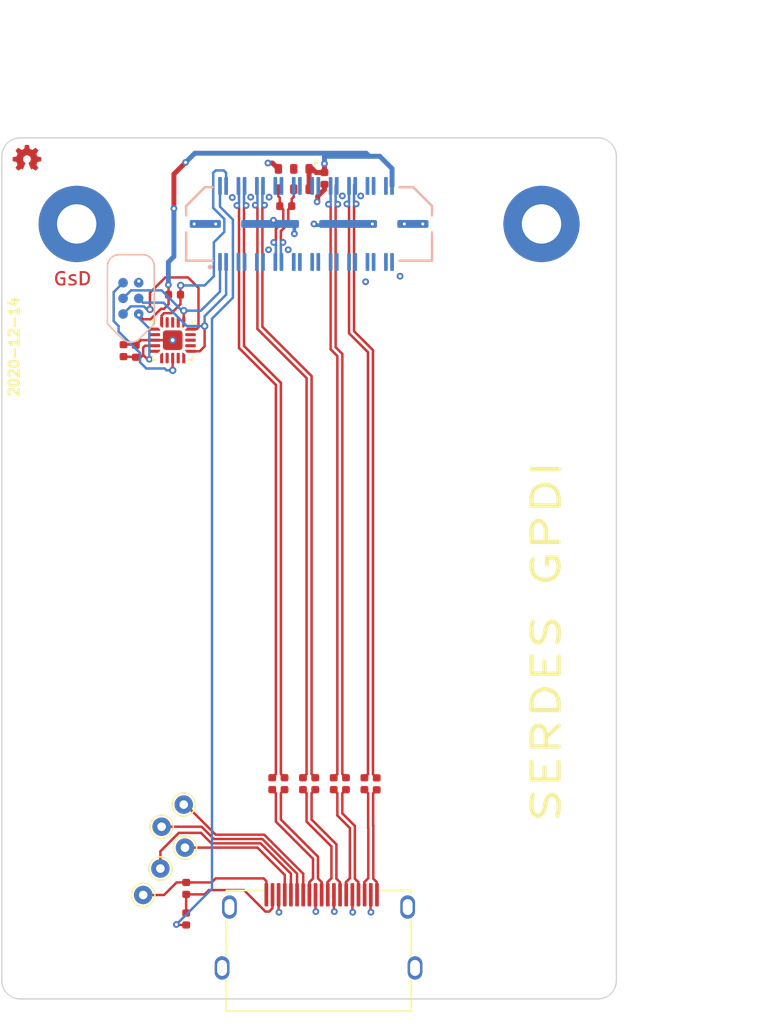
<source format=kicad_pcb>
(kicad_pcb (version 20201116) (generator pcbnew)
  (title_block (title "SYZYGY GDPI") (date "2020-12-14") (rev "r1.0") (company "GsD - @gregdavill"))
  (layers (0 "F.Cu" signal) (1 "In1.Cu" power) (2 "In2.Cu" signal) (31 "B.Cu" signal) (34 "B.Paste" user) (35 "F.Paste" user) (36 "B.SilkS" user "B.Silkscreen") (37 "F.SilkS" user "F.Silkscreen") (38 "B.Mask" user) (39 "F.Mask" user) (44 "Edge.Cuts" user))
  (net 0 "")
  (net 1 "GND")
  (net 2 "+3V3")
  (net 3 "/Peripheral MCU/MISO")
  (net 4 "/Peripheral MCU/~RESET")
  (net 5 "/SCL")
  (net 6 "/SDA")
  (net 7 "/RGA")
  (net 8 "/_D2_N")
  (net 9 "/VCCIO")
  (net 10 "/D2_N")
  (net 11 "/_D1_N")
  (net 12 "/D1_N")
  (net 13 "/_D0_N")
  (net 14 "/D0_N")
  (net 15 "/_CK_N")
  (net 16 "/CK_N")
  (net 17 "/_D2_P")
  (net 18 "/D2_P")
  (net 19 "/_D1_P")
  (net 20 "Net-(J1-Pad38)")
  (net 21 "Net-(J1-Pad37)")
  (net 22 "/D1_P")
  (net 23 "/_D0_P")
  (net 24 "/D0_P")
  (net 25 "/_CK_P")
  (net 26 "/CK_P")
  (net 27 "Net-(J1-Pad5)")
  (net 28 "Net-(J1-Pad7)")
  (net 29 "Net-(J1-Pad14)")
  (net 30 "Net-(J1-Pad16)")
  (net 31 "Net-(J1-Pad17)")
  (net 32 "Net-(J1-Pad18)")
  (net 33 "Net-(J1-Pad19)")
  (net 34 "Net-(U2-Pad2)")
  (net 35 "Net-(U2-Pad3)")
  (net 36 "Net-(U2-Pad4)")
  (net 37 "Net-(U2-Pad11)")
  (net 38 "Net-(U2-Pad12)")
  (net 39 "Net-(U2-Pad14)")
  (net 40 "Net-(U2-Pad15)")
  (net 41 "Net-(J1-Pad20)")
  (net 42 "/REFCLK_P")
  (net 43 "Net-(J1-Pad21)")
  (net 44 "Net-(J1-Pad22)")
  (net 45 "Net-(J1-Pad23)")
  (net 46 "Net-(J1-Pad24)")
  (net 47 "Net-(J1-Pad33)")
  (net 48 "Net-(J1-Pad34)")
  (net 49 "Net-(J1-Pad35)")
  (net 50 "Net-(J1-Pad36)")
  (net 51 "Net-(J2-Pad13)")
  (net 52 "Net-(J1-Pad9)")
  (net 53 "Net-(J2-Pad14)")
  (net 54 "Net-(J2-Pad15)")
  (net 55 "Net-(J2-Pad16)")
  (net 56 "Net-(J2-Pad18)")
  (net 57 "Net-(J2-Pad19)")
  (net 58 "Net-(J1-Pad11)")
  (net 59 "no_connect_69")
  (net 60 "no_connect_70")
  (net 61 "no_connect_65")
  (net 62 "no_connect_66")
  (net 63 "no_connect_67")
  (net 64 "Net-(J1-Pad25)")
  (net 65 "no_connect_68")
  (net 66 "Net-(J1-Pad27)")
  (net 67 "/REFCLK_N")
  (net 68 "+5V")
  (net 69 "Net-(J1-Pad29)")
  (net 70 "Net-(J1-Pad31)")
  (footprint "Package_DFN_QFN:QFN-20-1EP_3x3mm_P0.45mm_EP1.6x1.6mm" (layer "F.Cu") (at 118.9 97.65 -90)
    (fp_text reference "U2" hide)
    (fp_text value "ATtiny44A-MMH" hide)
  )
  (footprint "Resistor_SMD:R_0402_1005Metric" (layer "F.Cu") (at 119.05 93.95)
    (fp_text reference "R15" hide)
    (fp_text value "10K" hide)
  )
  (footprint "Capacitor_SMD:C_0402_1005Metric" (layer "F.Cu") (at 115.9 98.55 90)
    (fp_text reference "C9" hide)
    (fp_text value "0.1uF" hide)
  )
  (footprint "Capacitor_SMD:C_0402_1005Metric" (layer "F.Cu") (at 114.9 98.5 90)
    (fp_text reference "C10" hide)
    (fp_text value "1uF" hide)
  )
  (footprint "TestPoint:TestPoint_THTPad_D1.5mm_Drill0.7mm" (layer "F.Cu") (at 117.9 140.6)
    (fp_text reference "TP3" hide)
    (fp_text value "TestPoint" hide)
  )
  (footprint "Capacitor_SMD:C_0402_1005Metric" (layer "F.Cu") (at 128 133.7 -90)
    (fp_text reference "C8" hide)
    (fp_text value "0.1u" hide)
  )
  (footprint "TestPoint:TestPoint_THTPad_D1.5mm_Drill0.7mm" (layer "F.Cu") (at 118 137.2)
    (fp_text reference "TP5" hide)
    (fp_text value "TestPoint" hide)
  )
  (footprint "gkl_logos:oshw_small" (layer "F.Cu") (at 107.05 82.85)
    (fp_text reference "G***" hide)
    (fp_text value "LOGO" hide)
  )
  (footprint "MountingHole:MountingHole_3.2mm_M3" (layer "F.Cu") (at 110 98.2 180)
    (fp_text reference "H4" hide)
    (fp_text value "MountingHole" hide)
  )
  (footprint "MountingHole:MountingHole_3.2mm_M3" (layer "F.Cu") (at 150 98.2)
    (fp_text reference "H2" hide)
    (fp_text value "MountingHole" hide)
  )
  (footprint "Capacitor_SMD:C_0402_1005Metric" (layer "F.Cu") (at 127 133.7 -90)
    (fp_text reference "C4" hide)
    (fp_text value "0.1u" hide)
  )
  (footprint "MountingHole:MountingHole_3.2mm_M3" (layer "F.Cu") (at 110 146.2)
    (fp_text reference "H1" hide)
    (fp_text value "MountingHole" hide)
  )
  (footprint "gkl_logos:gsd_logo_small" (layer "F.Cu") (at 110.75 92.7)
    (fp_text reference "G***" hide)
    (fp_text value "LOGO" hide)
  )
  (footprint "TestPoint:TestPoint_THTPad_D1.5mm_Drill0.7mm" (layer "F.Cu") (at 116.5 142.75)
    (fp_text reference "TP1" hide)
    (fp_text value "TestPoint" hide)
  )
  (footprint "Resistor_SMD:R_0402_1005Metric" (layer "F.Cu") (at 128.1 86.75 180)
    (fp_text reference "R16" hide)
    (fp_text value "100R" hide)
  )
  (footprint "Capacitor_SMD:C_0402_1005Metric" (layer "F.Cu") (at 135.5 133.715 -90)
    (fp_text reference "C5" hide)
    (fp_text value "0.1u" hide)
  )
  (footprint "Capacitor_SMD:C_0402_1005Metric" (layer "F.Cu") (at 132 133.7 -90)
    (fp_text reference "C2" hide)
    (fp_text value "0.1u" hide)
  )
  (footprint "gsd-footprints:HDMI-10029449-111RLF" (layer "F.Cu") (at 130.77 143.68)
    (fp_text reference "J2" hide)
    (fp_text value "GPDI_A_1.4" hide)
  )
  (footprint "TestPoint:TestPoint_THTPad_D1.5mm_Drill0.7mm" (layer "F.Cu") (at 119.8 135.4)
    (fp_text reference "TP2" hide)
    (fp_text value "TestPoint" hide)
  )
  (footprint "Resistor_SMD:R_0402_1005Metric" (layer "F.Cu") (at 120 142.215 90)
    (fp_text reference "R1" hide)
    (fp_text value "1k" hide)
  )
  (footprint "Capacitor_SMD:C_0402_1005Metric" (layer "F.Cu") (at 131.25 84.5 -90)
    (fp_text reference "C32" hide)
    (fp_text value "0.1uF" hide)
  )
  (footprint "Capacitor_SMD:C_0402_1005Metric" (layer "F.Cu") (at 130.5 133.7 -90)
    (fp_text reference "C7" hide)
    (fp_text value "0.1u" hide)
  )
  (footprint "Oscillator:Oscillator_SMD_Silicon_Labs_LGA-6_2.5x3.2mm_P1.25mm" (layer "F.Cu") (at 128.75 84.55 -90)
    (fp_text reference "X1" hide)
    (fp_text value "SG3225VAN" hide)
  )
  (footprint "Capacitor_SMD:C_0402_1005Metric" (layer "F.Cu") (at 129.5 133.7 -90)
    (fp_text reference "C3" hide)
    (fp_text value "0.1u" hide)
  )
  (footprint "Capacitor_SMD:C_0402_1005Metric" (layer "F.Cu") (at 134.5 133.7 -90)
    (fp_text reference "C1" hide)
    (fp_text value "0.1u" hide)
  )
  (footprint "MountingHole:MountingHole_3.2mm_M3" (layer "F.Cu") (at 150 146.2)
    (fp_text reference "H3" hide)
    (fp_text value "MountingHole" hide)
  )
  (footprint "TestPoint:TestPoint_THTPad_D1.5mm_Drill0.7mm" (layer "F.Cu") (at 119.9 138.9)
    (fp_text reference "TP4" hide)
    (fp_text value "TestPoint" hide)
  )
  (footprint "Capacitor_SMD:C_0402_1005Metric" (layer "F.Cu") (at 133 133.7 -90)
    (fp_text reference "C6" hide)
    (fp_text value "0.1u" hide)
  )
  (footprint "Resistor_SMD:R_0402_1005Metric" (layer "F.Cu") (at 120 144.7 90)
    (fp_text reference "R2" hide)
    (fp_text value "0R" hide)
  )
  (footprint "pkl_tag_connect:TC2030-NL_SMALL" (layer "B.Cu") (at 115.5 94.25 90)
    (fp_text reference "J3" hide)
    (fp_text value "TagConnect" hide)
  )
  (footprint "gsd-footprints:SYZYGY-TXR-POD" (layer "B.Cu") (at 130 88.2 180)
    (fp_text reference "J1" hide)
    (fp_text value "SYZYGY-TXR-4" hide)
  )
  (gr_line (start 106.5 81.2) (end 153.5 81.2) (layer "Edge.Cuts") (width 0.1))
  (gr_line (start 105 149.7) (end 105 82.7) (layer "Edge.Cuts") (width 0.1))
  (gr_arc (start 106.5 82.7) (end 106.5 81.2) (angle -90) (layer "Edge.Cuts") (width 0.1))
  (gr_arc (start 153.5 82.7) (end 155 82.7) (angle -90) (layer "Edge.Cuts") (width 0.1))
  (gr_line (start 155 82.7) (end 155 149.7) (layer "Edge.Cuts") (width 0.1))
  (gr_arc (start 153.5 149.7) (end 153.499999 151.2) (angle -90) (layer "Edge.Cuts") (width 0.1))
  (gr_line (start 153.499999 151.2) (end 106.500001 151.2) (layer "Edge.Cuts") (width 0.1))
  (gr_arc (start 106.5 149.7) (end 105 149.7) (angle -90) (layer "Edge.Cuts") (width 0.1))
  (gr_text "2020-12-14" (at 106 98.2 90) (layer "F.SilkS") (effects (font (size 0.8 0.8) (thickness 0.2))))
  (gr_text "SERDES GPDI" (at 149.3 122.15 90) (layer "F.SilkS") (effects (font (size 2.2 2.959) (thickness 0.35))))
  (segment (start 131.25 85.4) (end 130.7 85.95) (width 0.4) (layer "F.Cu") (net 1))
  (segment (start 127.52 142.73) (end 127.52 144.12) (width 0.2) (layer "F.Cu") (net 1))
  (segment (start 130.52 144.07) (end 130.55 144.1) (width 0.2) (layer "F.Cu") (net 1))
  (segment (start 117.45 97.65) (end 116.315 97.65) (width 0.2) (layer "F.Cu") (net 1))
  (segment (start 135 142.73) (end 135 144.12) (width 0.2) (layer "F.Cu") (net 1))
  (segment (start 127.52 144.12) (end 127.55 144.15) (width 0.2) (layer "F.Cu") (net 1))
  (segment (start 115.9 98.065) (end 115.4 98) (width 0.2) (layer "F.Cu") (net 1))
  (segment (start 132.02 142.68) (end 132.02 144.07) (width 0.2) (layer "F.Cu") (net 1))
  (segment (start 131.25 84.985) (end 131.25 85.4) (width 0.4) (layer "F.Cu") (net 1))
  (segment (start 115.4 98) (end 114.9 98.015) (width 0.2) (layer "F.Cu") (net 1))
  (segment (start 126.65 83.25) (end 127.025 83.25) (width 0.4) (layer "F.Cu") (net 1))
  (segment (start 133.52 142.73) (end 133.52 144.12) (width 0.2) (layer "F.Cu") (net 1))
  (segment (start 135 144.12) (end 135.03 144.15) (width 0.2) (layer "F.Cu") (net 1))
  (segment (start 130.7 85.95) (end 130.7 86.35) (width 0.4) (layer "F.Cu") (net 1))
  (segment (start 130.7 86.35) (end 130.65 86.4) (width 0.4) (layer "F.Cu") (net 1))
  (segment (start 116.315 97.65) (end 115.9 98.065) (width 0.2) (layer "F.Cu") (net 1))
  (segment (start 132.02 144.07) (end 132.05 144.1) (width 0.2) (layer "F.Cu") (net 1))
  (segment (start 127.025 83.25) (end 127.5 83.725) (width 0.4) (layer "F.Cu") (net 1))
  (segment (start 130.52 142.68) (end 130.52 144.07) (width 0.2) (layer "F.Cu") (net 1))
  (segment (start 133.52 144.12) (end 133.55 144.15) (width 0.2) (layer "F.Cu") (net 1))
  (segment (start 118.9 97.65) (end 117.45 97.65) (width 0.2) (layer "F.Cu") (net 1))
  (via (at 127.1 87.9) (size 0.55) (drill 0.25) (layers "F.Cu" "B.Cu") (net 1))
  (via (at 118.9 97.65) (size 0.6) (drill 0.3) (layers "F.Cu" "B.Cu") (net 1))
  (via (at 133.55 144.15) (size 0.55) (drill 0.25) (layers "F.Cu" "B.Cu") (net 1))
  (via (at 116.15 92.85) (size 0.55) (drill 0.25) (layers "F.Cu" "B.Cu") (net 1))
  (via (at 130.55 144.1) (size 0.55) (drill 0.25) (layers "F.Cu" "B.Cu") (net 1))
  (via (at 134.2032 85.9234) (size 0.55) (drill 0.25) (layers "F.Cu" "B.Cu") (net 1))
  (via (at 128.3 90.3) (size 0.55) (drill 0.25) (layers "F.Cu" "B.Cu") (net 1))
  (via (at 125.2468 86.0234) (size 0.55) (drill 0.25) (layers "F.Cu" "B.Cu") (net 1))
  (via (at 135.15 88.2) (size 0.55) (drill 0.25) (layers "F.Cu" "B.Cu") (net 1))
  (via (at 126.7 90.3) (size 0.55) (drill 0.25) (layers "F.Cu" "B.Cu") (net 1))
  (via (at 122.4 88.2) (size 0.55) (drill 0.25) (layers "F.Cu" "B.Cu") (net 1))
  (via (at 120.65 88.2) (size 0.55) (drill 0.25) (layers "F.Cu" "B.Cu") (net 1))
  (via (at 123.75 86.05) (size 0.55) (drill 0.25) (layers "F.Cu" "B.Cu") (net 1))
  (via (at 132.05 144.1) (size 0.55) (drill 0.25) (layers "F.Cu" "B.Cu") (net 1))
  (via (at 132.7032 85.9234) (size 0.55) (drill 0.25) (layers "F.Cu" "B.Cu") (net 1))
  (via (at 128.8 89) (size 0.55) (drill 0.25) (layers "F.Cu" "B.Cu") (net 1))
  (via (at 126.7468 86.0234) (size 0.55) (drill 0.25) (layers "F.Cu" "B.Cu") (net 1))
  (via (at 134.6 92.9) (size 0.55) (drill 0.25) (layers "F.Cu" "B.Cu") (net 1))
  (via (at 137.4 92.45) (size 0.55) (drill 0.25) (layers "F.Cu" "B.Cu") (net 1))
  (via (at 137.75 88.2) (size 0.55) (drill 0.25) (layers "F.Cu" "B.Cu") (net 1))
  (via (at 139.25 88.2) (size 0.55) (drill 0.25) (layers "F.Cu" "B.Cu") (net 1))
  (via (at 130.65 86.4) (size 0.55) (drill 0.25) (layers "F.Cu" "B.Cu") (net 1))
  (via (at 130.4 88.2) (size 0.55) (drill 0.25) (layers "F.Cu" "B.Cu") (net 1))
  (via (at 127.55 144.15) (size 0.55) (drill 0.25) (layers "F.Cu" "B.Cu") (net 1))
  (via (at 135.03 144.15) (size 0.55) (drill 0.25) (layers "F.Cu" "B.Cu") (net 1))
  (via (at 126.65 83.25) (size 0.55) (drill 0.25) (layers "F.Cu" "B.Cu") (net 1))
  (segment (start 130.4 88.2) (end 130.5 88.3) (width 0.3) (layer "B.Cu") (net 1))
  (segment (start 128.8 89) (end 128.8 88.35) (width 0.3) (layer "B.Cu") (net 1))
  (segment (start 130.5 88.3) (end 131.55 88.3) (width 0.3) (layer "B.Cu") (net 1))
  (segment (start 131.25 84.015) (end 131.25 83.3) (width 0.4) (layer "F.Cu") (net 2))
  (segment (start 116.3 99.05) (end 115.9 99.035) (width 0.2) (layer "F.Cu") (net 2))
  (segment (start 117.45 98.1) (end 116.65 98.1) (width 0.2) (layer "F.Cu") (net 2))
  (segment (start 116.15 95.6) (end 116.5 95.95) (width 0.2) (layer "F.Cu") (net 2))
  (segment (start 116.5 95.95) (end 117.1 95.95) (width 0.2) (layer "F.Cu") (net 2))
  (segment (start 117.95 95.1) (end 118.2 95.1) (width 0.2) (layer "F.Cu") (net 2))
  (segment (start 118.565 93.165) (end 118.55 93.15) (width 0.2) (layer "F.Cu") (net 2))
  (segment (start 116.85 99.2) (end 117 99.2) (width 0.2) (layer "F.Cu") (net 2))
  (segment (start 116.65 98.1) (end 116.5 98.25) (width 0.2) (layer "F.Cu") (net 2))
  (segment (start 116.5 98.85) (end 116.3 99.05) (width 0.2) (layer "F.Cu") (net 2))
  (segment (start 115.4 99) (end 114.9 98.985) (width 0.2) (layer "F.Cu") (net 2))
  (segment (start 116.5 98.85) (end 116.85 99.2) (width 0.2) (layer "F.Cu") (net 2))
  (segment (start 119 84.15) (end 119.95 83.2) (width 0.4) (layer "F.Cu") (net 2))
  (segment (start 119 86.95) (end 119 84.15) (width 0.4) (layer "F.Cu") (net 2))
  (segment (start 131.25 84.015) (end 130.565 84.015) (width 0.4) (layer "F.Cu") (net 2))
  (segment (start 130.275 83.725) (end 130 83.725) (width 0.4) (layer "F.Cu") (net 2))
  (segment (start 117.1 95.95) (end 117.95 95.1) (width 0.2) (layer "F.Cu") (net 2))
  (segment (start 118.565 93.95) (end 118.565 93.165) (width 0.2) (layer "F.Cu") (net 2))
  (segment (start 115.9 99.035) (end 115.4 99) (width 0.2) (layer "F.Cu") (net 2))
  (segment (start 118.565 94.735) (end 118.565 93.95) (width 0.2) (layer "F.Cu") (net 2))
  (segment (start 118.2 95.1) (end 118.565 94.735) (width 0.2) (layer "F.Cu") (net 2))
  (segment (start 130.565 84.015) (end 130.275 83.725) (width 0.4) (layer "F.Cu") (net 2))
  (segment (start 116.5 98.25) (end 116.5 98.85) (width 0.2) (layer "F.Cu") (net 2))
  (segment (start 130 85.375) (end 130 83.725) (width 0.4) (layer "F.Cu") (net 2))
  (via (at 119.95 83.2) (size 0.55) (drill 0.25) (layers "F.Cu" "B.Cu") (net 2))
  (via (at 117 99.2) (size 0.55) (drill 0.25) (layers "F.Cu" "B.Cu") (net 2))
  (via (at 118.55 93.15) (size 0.55) (drill 0.25) (layers "F.Cu" "B.Cu") (net 2))
  (via (at 119 86.95) (size 0.55) (drill 0.25) (layers "F.Cu" "B.Cu") (net 2))
  (via (at 116.15 95.6) (size 0.55) (drill 0.25) (layers "F.Cu" "B.Cu") (net 2))
  (via (at 131.25 83.3) (size 0.55) (drill 0.25) (layers "F.Cu" "B.Cu") (net 2))
  (segment (start 117 96.7) (end 117 99.2) (width 0.2) (layer "B.Cu") (net 2))
  (segment (start 116.135 95.835) (end 117 96.7) (width 0.2) (layer "B.Cu") (net 2))
  (segment (start 131.25 82.7) (end 134.9 82.7) (width 0.4) (layer "B.Cu") (net 2))
  (segment (start 118.55 91.3) (end 118.55 93.15) (width 0.4) (layer "B.Cu") (net 2))
  (segment (start 136.75 83.7) (end 135.75 82.7) (width 0.4) (layer "B.Cu") (net 2))
  (segment (start 119 86.95) (end 119 90.85) (width 0.4) (layer "B.Cu") (net 2))
  (segment (start 135.75 82.7) (end 134.9 82.7) (width 0.4) (layer "B.Cu") (net 2))
  (segment (start 119 90.85) (end 118.55 91.3) (width 0.4) (layer "B.Cu") (net 2))
  (segment (start 134.65 82.45) (end 134.9 82.7) (width 0.4) (layer "B.Cu") (net 2))
  (segment (start 116.135 95.52) (end 116.135 95.835) (width 0.2) (layer "B.Cu") (net 2))
  (segment (start 119.95 83.2) (end 120.7 82.45) (width 0.4) (layer "B.Cu") (net 2))
  (segment (start 120.7 82.45) (end 134.65 82.45) (width 0.4) (layer "B.Cu") (net 2))
  (segment (start 131.25 83.3) (end 131.25 82.7) (width 0.4) (layer "B.Cu") (net 2))
  (segment (start 136.75 85.11) (end 136.75 83.7) (width 0.4) (layer "B.Cu") (net 2))
  (segment (start 121 96.6) (end 120.85 96.75) (width 0.2) (layer "F.Cu") (net 3))
  (segment (start 120.15 92.55) (end 121 93.4) (width 0.2) (layer "F.Cu") (net 3))
  (segment (start 120.85 96.75) (end 120.35 96.75) (width 0.2) (layer "F.Cu") (net 3))
  (segment (start 118.3 92.55) (end 120.15 92.55) (width 0.2) (layer "F.Cu") (net 3))
  (segment (start 121 93.4) (end 121 96.6) (width 0.2) (layer "F.Cu") (net 3))
  (segment (start 117.05 93.8) (end 118.3 92.55) (width 0.2) (layer "F.Cu") (net 3))
  (segment (start 117.05 95.15) (end 117.05 93.8) (width 0.2) (layer "F.Cu") (net 3))
  (via (at 117.05 95.15) (size 0.6) (drill 0.3) (layers "F.Cu" "B.Cu") (net 3))
  (segment (start 116.55 94.9) (end 115.485 94.9) (width 0.2) (layer "B.Cu") (net 3))
  (segment (start 116.8 95.15) (end 116.55 94.9) (width 0.2) (layer "B.Cu") (net 3))
  (segment (start 115.485 94.9) (end 114.865 95.52) (width 0.2) (layer "B.Cu") (net 3))
  (segment (start 117.05 95.15) (end 116.8 95.15) (width 0.2) (layer "B.Cu") (net 3))
  (segment (start 118.9 100.1) (end 118.9 99.1) (width 0.2) (layer "F.Cu") (net 4))
  (via (at 118.9 100.1) (size 0.6) (drill 0.3) (layers "F.Cu" "B.Cu") (net 4))
  (segment (start 118.25 99.95) (end 116.75 99.95) (width 0.2) (layer "B.Cu") (net 4))
  (segment (start 118.4 100.1) (end 118.9 100.1) (width 0.2) (layer "B.Cu") (net 4))
  (segment (start 114.5 96.5) (end 114.1 96.1) (width 0.2) (layer "B.Cu") (net 4))
  (segment (start 116.75 99.95) (end 116.25 99.45) (width 0.2) (layer "B.Cu") (net 4))
  (segment (start 116.25 99.45) (end 116.25 98.7) (width 0.2) (layer "B.Cu") (net 4))
  (segment (start 118.4 100.1) (end 118.25 99.95) (width 0.2) (layer "B.Cu") (net 4))
  (segment (start 114.5 96.95) (end 114.5 96.5) (width 0.2) (layer "B.Cu") (net 4))
  (segment (start 114.1 93.745) (end 114.1 96.1) (width 0.2) (layer "B.Cu") (net 4))
  (segment (start 116.25 98.7) (end 114.5 96.95) (width 0.2) (layer "B.Cu") (net 4))
  (segment (start 114.865 92.98) (end 114.1 93.745) (width 0.2) (layer "B.Cu") (net 4))
  (segment (start 119.8 95.25) (end 119.8 96.2) (width 0.2) (layer "F.Cu") (net 5))
  (via (at 119.8 95.25) (size 0.6) (drill 0.3) (layers "F.Cu" "B.Cu") (net 5))
  (segment (start 122.75 93.7) (end 122.75 91.29) (width 0.2) (layer "B.Cu") (net 5))
  (segment (start 115.515 93.6) (end 118 93.6) (width 0.2) (layer "B.Cu") (net 5))
  (segment (start 121.2 95.25) (end 122.75 93.7) (width 0.2) (layer "B.Cu") (net 5))
  (segment (start 114.865 94.25) (end 115.515 93.6) (width 0.2) (layer "B.Cu") (net 5))
  (segment (start 119.65 95.25) (end 119.8 95.25) (width 0.2) (layer "B.Cu") (net 5))
  (segment (start 119.8 95.25) (end 121.2 95.25) (width 0.2) (layer "B.Cu") (net 5))
  (segment (start 118 93.6) (end 119.65 95.25) (width 0.2) (layer "B.Cu") (net 5))
  (segment (start 121.5 96.5) (end 121.5 98.15) (width 0.2) (layer "F.Cu") (net 6))
  (segment (start 121.5 98.15) (end 121.1 98.55) (width 0.2) (layer "F.Cu") (net 6))
  (segment (start 121.1 98.55) (end 120.35 98.55) (width 0.2) (layer "F.Cu") (net 6))
  (via (at 121.5 96.5) (size 0.6) (drill 0.3) (layers "F.Cu" "B.Cu") (net 6))
  (segment (start 120.05 96.5) (end 118.149989 94.599989) (width 0.2) (layer "B.Cu") (net 6))
  (segment (start 121.5 96.5) (end 120.05 96.5) (width 0.2) (layer "B.Cu") (net 6))
  (segment (start 123.25 93.95) (end 121.5 95.7) (width 0.2) (layer "B.Cu") (net 6))
  (segment (start 121.5 95.7) (end 121.5 96.5) (width 0.2) (layer "B.Cu") (net 6))
  (segment (start 116.484989 94.599989) (end 116.135 94.25) (width 0.2) (layer "B.Cu") (net 6))
  (segment (start 118.149989 94.599989) (end 116.484989 94.599989) (width 0.2) (layer "B.Cu") (net 6))
  (segment (start 123.25 91.29) (end 123.25 93.95) (width 0.2) (layer "B.Cu") (net 6))
  (segment (start 119.535 93.215) (end 119.55 93.2) (width 0.2) (layer "F.Cu") (net 7))
  (segment (start 118.8 95.45) (end 119.535 94.715) (width 0.2) (layer "F.Cu") (net 7))
  (segment (start 118 96.2) (end 118 95.65) (width 0.2) (layer "F.Cu") (net 7))
  (segment (start 119.535 94.715) (end 119.535 93.95) (width 0.2) (layer "F.Cu") (net 7))
  (segment (start 118 95.65) (end 118.2 95.45) (width 0.2) (layer "F.Cu") (net 7))
  (segment (start 118.2 95.45) (end 118.8 95.45) (width 0.2) (layer "F.Cu") (net 7))
  (segment (start 119.535 93.95) (end 119.535 93.215) (width 0.2) (layer "F.Cu") (net 7))
  (via (at 119.55 93.2) (size 0.6) (drill 0.3) (layers "F.Cu" "B.Cu") (net 7))
  (segment (start 121.5 93.2) (end 119.55 93.2) (width 0.2) (layer "B.Cu") (net 7))
  (segment (start 122.25 90.45) (end 122.25 92.45) (width 0.2) (layer "B.Cu") (net 7))
  (segment (start 123.1 88.85) (end 123.1 87.8) (width 0.2) (layer "B.Cu") (net 7))
  (segment (start 123.25 85.11) (end 123.25 84.05) (width 0.2) (layer "B.Cu") (net 7))
  (segment (start 122.25 89.7) (end 123.1 88.85) (width 0.2) (layer "B.Cu") (net 7))
  (segment (start 122.25 92.45) (end 121.5 93.2) (width 0.2) (layer "B.Cu") (net 7))
  (segment (start 122.2 86.9) (end 123.025 87.725) (width 0.2) (layer "B.Cu") (net 7))
  (segment (start 123.25 84.05) (end 123.05 83.85) (width 0.2) (layer "B.Cu") (net 7))
  (segment (start 123.05 83.85) (end 122.4 83.85) (width 0.2) (layer "B.Cu") (net 7))
  (segment (start 123.1 87.8) (end 123.025 87.725) (width 0.2) (layer "B.Cu") (net 7))
  (segment (start 122.25 90.45) (end 122.25 89.7) (width 0.2) (layer "B.Cu") (net 7))
  (segment (start 122.4 83.85) (end 122.2 84.05) (width 0.2) (layer "B.Cu") (net 7))
  (segment (start 122.2 84.05) (end 122.2 86.9) (width 0.2) (layer "B.Cu") (net 7))
  (segment (start 134.8168 137.30417) (end 134.8043 137.29167) (width 0.2032) (layer "F.Cu") (net 8))
  (segment (start 134.5 141.7) (end 134.8168 141.3832) (width 0.2032) (layer "F.Cu") (net 8))
  (segment (start 134.8043 137.29167) (end 134.8043 134.4893) (width 0.2032) (layer "F.Cu") (net 8))
  (segment (start 134.52 142.73) (end 134.5 142.71) (width 0.2032) (layer "F.Cu") (net 8))
  (segment (start 134.8168 141.3832) (end 134.8168 137.30417) (width 0.2032) (layer "F.Cu") (net 8))
  (segment (start 134.8043 134.4893) (end 134.5 134.185) (width 0.2032) (layer "F.Cu") (net 8))
  (segment (start 134.5 142.71) (end 134.5 141.7) (width 0.2032) (layer "F.Cu") (net 8))
  (segment (start 133.25 86.7468) (end 133.0766 86.5734) (width 0.2032) (layer "F.Cu") (net 10))
  (segment (start 133.25 97.08737) (end 133.25 86.7468) (width 0.2032) (layer "F.Cu") (net 10))
  (segment (start 134.5 133.215) (end 134.7893 132.9257) (width 0.2032) (layer "F.Cu") (net 10))
  (segment (start 134.7893 98.62667) (end 133.25 97.08737) (width 0.2032) (layer "F.Cu") (net 10))
  (segment (start 134.7893 132.9257) (end 134.7893 98.62667) (width 0.2032) (layer "F.Cu") (net 10))
  (via (at 133.0766 86.5734) (size 0.55) (drill 0.25) (layers "F.Cu" "B.Cu") (net 10))
  (segment (start 133.25 86.4) (end 133.25 85.0302) (width 0.2032) (layer "B.Cu") (net 10))
  (segment (start 133.0766 86.5734) (end 133.25 86.4) (width 0.2032) (layer "B.Cu") (net 10))
  (segment (start 133.3168 137.30417) (end 132.2968 136.28417) (width 0.2032) (layer "F.Cu") (net 11))
  (segment (start 132.2968 134.4818) (end 132 134.185) (width 0.2032) (layer "F.Cu") (net 11))
  (segment (start 132.2968 136.28417) (end 132.2968 134.4818) (width 0.2032) (layer "F.Cu") (net 11))
  (segment (start 133 141.7) (end 133.3168 141.3832) (width 0.2032) (layer "F.Cu") (net 11))
  (segment (start 133 142.71) (end 133 141.7) (width 0.2032) (layer "F.Cu") (net 11))
  (segment (start 133.3168 141.3832) (end 133.3168 137.30417) (width 0.2032) (layer "F.Cu") (net 11))
  (segment (start 133.02 142.73) (end 133 142.71) (width 0.2032) (layer "F.Cu") (net 11))
  (segment (start 131.5798 86.6) (end 131.7532 86.7734) (width 0.2032) (layer "F.Cu") (net 12))
  (segment (start 131.7532 86.7734) (end 131.7532 98.39057) (width 0.2032) (layer "F.Cu") (net 12))
  (segment (start 132.2968 98.93417) (end 132.2968 132.9182) (width 0.2032) (layer "F.Cu") (net 12))
  (segment (start 132.2968 132.9182) (end 132 133.215) (width 0.2032) (layer "F.Cu") (net 12))
  (segment (start 131.7532 98.39057) (end 132.2968 98.93417) (width 0.2032) (layer "F.Cu") (net 12))
  (via (at 131.5798 86.6) (size 0.55) (drill 0.25) (layers "F.Cu" "B.Cu") (net 12))
  (segment (start 131.5798 86.6) (end 131.7532 86.4266) (width 0.2032) (layer "B.Cu") (net 12))
  (segment (start 131.7532 86.4266) (end 131.7532 85.0568) (width 0.2032) (layer "B.Cu") (net 12))
  (segment (start 131.5 141.7) (end 131.8168 141.3832) (width 0.2032) (layer "F.Cu") (net 13))
  (segment (start 131.5 142.71) (end 131.5 141.7) (width 0.2032) (layer "F.Cu") (net 13))
  (segment (start 129.7968 134.4818) (end 129.5 134.185) (width 0.2032) (layer "F.Cu") (net 13))
  (segment (start 131.8168 141.3832) (end 131.8168 138.80417) (width 0.2032) (layer "F.Cu") (net 13))
  (segment (start 131.8168 138.80417) (end 129.7968 136.78417) (width 0.2032) (layer "F.Cu") (net 13))
  (segment (start 131.52 142.73) (end 131.5 142.71) (width 0.2032) (layer "F.Cu") (net 13))
  (segment (start 129.7968 136.78417) (end 129.7968 134.4818) (width 0.2032) (layer "F.Cu") (net 13))
  (segment (start 129.5 133.215) (end 129.7968 132.9182) (width 0.2032) (layer "F.Cu") (net 14))
  (segment (start 129.7968 100.73417) (end 125.7936 96.73097) (width 0.2032) (layer "F.Cu") (net 14))
  (segment (start 125.7936 96.73097) (end 125.7936 86.8468) (width 0.2032) (layer "F.Cu") (net 14))
  (segment (start 125.7936 86.8468) (end 125.6202 86.6734) (width 0.2032) (layer "F.Cu") (net 14))
  (segment (start 129.7968 132.9182) (end 129.7968 100.73417) (width 0.2032) (layer "F.Cu") (net 14))
  (via (at 125.6202 86.6734) (size 0.55) (drill 0.25) (layers "F.Cu" "B.Cu") (net 14))
  (segment (start 125.7936 86.5) (end 125.7936 85.1302) (width 0.2032) (layer "B.Cu") (net 14))
  (segment (start 125.6202 86.6734) (end 125.7936 86.5) (width 0.2032) (layer "B.Cu") (net 14))
  (segment (start 127.2968 136.78417) (end 127.2968 134.4818) (width 0.2032) (layer "F.Cu") (net 15))
  (segment (start 130.025 141.7) (end 130.025 142.725) (width 0.2032) (layer "F.Cu") (net 15))
  (segment (start 127.2968 134.4818) (end 127 134.185) (width 0.2032) (layer "F.Cu") (net 15))
  (segment (start 130.025 142.725) (end 130.02 142.73) (width 0.2032) (layer "F.Cu") (net 15))
  (segment (start 130.025 141.7) (end 130.3168 141.4082) (width 0.2032) (layer "F.Cu") (net 15))
  (segment (start 130.3168 141.4082) (end 130.3168 139.80417) (width 0.2032) (layer "F.Cu") (net 15))
  (segment (start 130.3168 139.80417) (end 127.2968 136.78417) (width 0.2032) (layer "F.Cu") (net 15))
  (segment (start 124.2968 98.28417) (end 127.2968 101.28417) (width 0.2032) (layer "F.Cu") (net 16))
  (segment (start 127.2968 132.9182) (end 127 133.215) (width 0.2032) (layer "F.Cu") (net 16))
  (segment (start 124.1234 86.7) (end 124.2968 86.8734) (width 0.2032) (layer "F.Cu") (net 16))
  (segment (start 127.2968 101.28417) (end 127.2968 132.9182) (width 0.2032) (layer "F.Cu") (net 16))
  (segment (start 124.2968 86.8734) (end 124.2968 98.28417) (width 0.2032) (layer "F.Cu") (net 16))
  (via (at 124.1234 86.7) (size 0.55) (drill 0.25) (layers "F.Cu" "B.Cu") (net 16))
  (segment (start 124.1234 86.7) (end 124.2968 86.5266) (width 0.2032) (layer "B.Cu") (net 16))
  (segment (start 124.2968 86.5266) (end 124.2968 85.1568) (width 0.2032) (layer "B.Cu") (net 16))
  (segment (start 135.52 142.73) (end 135.5 142.71) (width 0.2032) (layer "F.Cu") (net 17))
  (segment (start 135.2107 134.4893) (end 135.5 134.2) (width 0.2032) (layer "F.Cu") (net 17))
  (segment (start 135.2232 141.4232) (end 135.2232 137.13583) (width 0.2032) (layer "F.Cu") (net 17))
  (segment (start 135.5 141.7) (end 135.2232 141.4232) (width 0.2032) (layer "F.Cu") (net 17))
  (segment (start 135.2232 137.13583) (end 135.2107 137.12333) (width 0.2032) (layer "F.Cu") (net 17))
  (segment (start 135.5 142.71) (end 135.5 141.7) (width 0.2032) (layer "F.Cu") (net 17))
  (segment (start 135.2107 137.12333) (end 135.2107 134.4893) (width 0.2032) (layer "F.Cu") (net 17))
  (segment (start 133.6564 96.91903) (end 133.6564 86.7468) (width 0.2032) (layer "F.Cu") (net 18))
  (segment (start 135.1957 132.9257) (end 135.1957 98.45833) (width 0.2032) (layer "F.Cu") (net 18))
  (segment (start 135.1957 98.45833) (end 133.6564 96.91903) (width 0.2032) (layer "F.Cu") (net 18))
  (segment (start 135.5 133.23) (end 135.1957 132.9257) (width 0.2032) (layer "F.Cu") (net 18))
  (segment (start 133.6564 86.7468) (end 133.8298 86.5734) (width 0.2032) (layer "F.Cu") (net 18))
  (via (at 133.8298 86.5734) (size 0.55) (drill 0.25) (layers "F.Cu" "B.Cu") (net 18))
  (segment (start 133.6564 86.4) (end 133.6564 85.0302) (width 0.2032) (layer "B.Cu") (net 18))
  (segment (start 133.8298 86.5734) (end 133.6564 86.4) (width 0.2032) (layer "B.Cu") (net 18))
  (segment (start 134 142.71) (end 134 141.7) (width 0.2032) (layer "F.Cu") (net 19))
  (segment (start 132.7032 136.11583) (end 132.7032 134.4818) (width 0.2032) (layer "F.Cu") (net 19))
  (segment (start 134.02 142.73) (end 134 142.71) (width 0.2032) (layer "F.Cu") (net 19))
  (segment (start 133.7232 141.4232) (end 133.7232 137.13583) (width 0.2032) (layer "F.Cu") (net 19))
  (segment (start 132.7032 134.4818) (end 133 134.185) (width 0.2032) (layer "F.Cu") (net 19))
  (segment (start 133.7232 137.13583) (end 132.7032 136.11583) (width 0.2032) (layer "F.Cu") (net 19))
  (segment (start 134 141.7) (end 133.7232 141.4232) (width 0.2032) (layer "F.Cu") (net 19))
  (segment (start 132.7032 98.76583) (end 132.7032 132.9182) (width 0.2032) (layer "F.Cu") (net 22))
  (segment (start 132.7032 132.9182) (end 133 133.215) (width 0.2032) (layer "F.Cu") (net 22))
  (segment (start 132.333 86.6) (end 132.1596 86.7734) (width 0.2032) (layer "F.Cu") (net 22))
  (segment (start 132.1596 98.22223) (end 132.7032 98.76583) (width 0.2032) (layer "F.Cu") (net 22))
  (segment (start 132.1596 86.7734) (end 132.1596 98.22223) (width 0.2032) (layer "F.Cu") (net 22))
  (via (at 132.333 86.6) (size 0.55) (drill 0.25) (layers "F.Cu" "B.Cu") (net 22))
  (segment (start 132.1596 86.4266) (end 132.1596 85.0568) (width 0.2032) (layer "B.Cu") (net 22))
  (segment (start 132.333 86.6) (end 132.1596 86.4266) (width 0.2032) (layer "B.Cu") (net 22))
  (segment (start 130.2032 134.4818) (end 130.5 134.185) (width 0.2032) (layer "F.Cu") (net 23))
  (segment (start 132.52 142.73) (end 132.5 142.71) (width 0.2032) (layer "F.Cu") (net 23))
  (segment (start 130.2032 136.61583) (end 130.2032 134.4818) (width 0.2032) (layer "F.Cu") (net 23))
  (segment (start 132.5 142.71) (end 132.5 141.7) (width 0.2032) (layer "F.Cu") (net 23))
  (segment (start 132.2232 138.63583) (end 130.2032 136.61583) (width 0.2032) (layer "F.Cu") (net 23))
  (segment (start 132.5 141.7) (end 132.2232 141.4232) (width 0.2032) (layer "F.Cu") (net 23))
  (segment (start 132.2232 141.4232) (end 132.2232 138.63583) (width 0.2032) (layer "F.Cu") (net 23))
  (segment (start 130.5 133.215) (end 130.2032 132.9182) (width 0.2032) (layer "F.Cu") (net 24))
  (segment (start 126.2 96.56263) (end 126.2 86.8468) (width 0.2032) (layer "F.Cu") (net 24))
  (segment (start 130.2032 132.9182) (end 130.2032 100.56583) (width 0.2032) (layer "F.Cu") (net 24))
  (segment (start 130.2032 100.56583) (end 126.2 96.56263) (width 0.2032) (layer "F.Cu") (net 24))
  (segment (start 126.2 86.8468) (end 126.3734 86.6734) (width 0.2032) (layer "F.Cu") (net 24))
  (via (at 126.3734 86.6734) (size 0.55) (drill 0.25) (layers "F.Cu" "B.Cu") (net 24))
  (segment (start 126.2 86.5) (end 126.2 85.1302) (width 0.2032) (layer "B.Cu") (net 24))
  (segment (start 126.3734 86.6734) (end 126.2 86.5) (width 0.2032) (layer "B.Cu") (net 24))
  (segment (start 130.7232 141.4032) (end 130.7232 139.63583) (width 0.2032) (layer "F.Cu") (net 25))
  (segment (start 131.02 141.7) (end 131.02 142.73) (width 0.2032) (layer "F.Cu") (net 25))
  (segment (start 130.7232 139.63583) (end 127.7032 136.61583) (width 0.2032) (layer "F.Cu") (net 25))
  (segment (start 127.7032 136.61583) (end 127.7032 134.4818) (width 0.2032) (layer "F.Cu") (net 25))
  (segment (start 127.7032 134.4818) (end 128 134.185) (width 0.2032) (layer "F.Cu") (net 25))
  (segment (start 131.02 141.7) (end 130.7232 141.4032) (width 0.2032) (layer "F.Cu") (net 25))
  (segment (start 127.7032 132.9182) (end 128 133.215) (width 0.2032) (layer "F.Cu") (net 26))
  (segment (start 127.7032 101.11583) (end 127.7032 132.9182) (width 0.2032) (layer "F.Cu") (net 26))
  (segment (start 124.7032 86.8734) (end 124.7032 98.11583) (width 0.2032) (layer "F.Cu") (net 26))
  (segment (start 124.8766 86.7) (end 124.7032 86.8734) (width 0.2032) (layer "F.Cu") (net 26))
  (segment (start 124.7032 98.11583) (end 127.7032 101.11583) (width 0.2032) (layer "F.Cu") (net 26))
  (via (at 124.8766 86.7) (size 0.55) (drill 0.25) (layers "F.Cu" "B.Cu") (net 26))
  (segment (start 124.7032 86.5266) (end 124.7032 85.1568) (width 0.2032) (layer "B.Cu") (net 26))
  (segment (start 124.8766 86.7) (end 124.7032 86.5266) (width 0.2032) (layer "B.Cu") (net 26))
  (segment (start 127.2968 88.61583) (end 127.8968 88.01583) (width 0.2032) (layer "F.Cu") (net 42))
  (segment (start 127.8968 88.01583) (end 127.8968 87.0318) (width 0.2032) (layer "F.Cu") (net 42))
  (segment (start 127.2968 89.5266) (end 127.2968 88.61583) (width 0.2032) (layer "F.Cu") (net 42))
  (segment (start 127.5 85.95) (end 127.615 86.065) (width 0.2032) (layer "F.Cu") (net 42))
  (segment (start 127.615 86.065) (end 127.615 86.75) (width 0.2032) (layer "F.Cu") (net 42))
  (segment (start 127.8968 87.0318) (end 127.615 86.75) (width 0.2032) (layer "F.Cu") (net 42))
  (segment (start 127.5 85.375) (end 127.5 85.95) (width 0.2032) (layer "F.Cu") (net 42))
  (segment (start 127.1234 89.7) (end 127.2968 89.5266) (width 0.2032) (layer "F.Cu") (net 42))
  (via (at 127.1234 89.7) (size 0.55) (drill 0.25) (layers "F.Cu" "B.Cu") (net 42))
  (segment (start 127.2968 89.8734) (end 127.1234 89.7) (width 0.2032) (layer "B.Cu") (net 42))
  (segment (start 127.2968 91.2432) (end 127.2968 89.8734) (width 0.2032) (layer "B.Cu") (net 42))
  (segment (start 129.52 142.73) (end 129.52 141.02) (width 0.2) (layer "F.Cu") (net 51))
  (segment (start 126.35 137.85) (end 122.4 137.85) (width 0.2) (layer "F.Cu") (net 51))
  (segment (start 119.95 135.4) (end 119.8 135.4) (width 0.2) (layer "F.Cu") (net 51))
  (segment (start 122.4 137.85) (end 119.95 135.4) (width 0.2) (layer "F.Cu") (net 51))
  (segment (start 129.52 141.02) (end 126.35 137.85) (width 0.2) (layer "F.Cu") (net 51))
  (segment (start 129.02 141.02) (end 126.2 138.2) (width 0.2) (layer "F.Cu") (net 53))
  (segment (start 121.25 137.2) (end 118 137.2) (width 0.2) (layer "F.Cu") (net 53))
  (segment (start 129.02 142.73) (end 129.02 141.02) (width 0.2) (layer "F.Cu") (net 53))
  (segment (start 122.25 138.2) (end 121.25 137.2) (width 0.2) (layer "F.Cu") (net 53))
  (segment (start 126.2 138.2) (end 122.25 138.2) (width 0.2) (layer "F.Cu") (net 53))
  (segment (start 117.9 140.6) (end 117.95 140.65) (width 0.2) (layer "F.Cu") (net 54))
  (segment (start 128.52 141.02) (end 126.05 138.55) (width 0.2) (layer "F.Cu") (net 54))
  (segment (start 121.2 137.7) (end 119.4 137.7) (width 0.2) (layer "F.Cu") (net 54))
  (segment (start 117.9 139.2) (end 117.9 140.6) (width 0.2) (layer "F.Cu") (net 54))
  (segment (start 119.4 137.7) (end 117.9 139.2) (width 0.2) (layer "F.Cu") (net 54))
  (segment (start 126.05 138.55) (end 122.05 138.55) (width 0.2) (layer "F.Cu") (net 54))
  (segment (start 122.05 138.55) (end 121.2 137.7) (width 0.2) (layer "F.Cu") (net 54))
  (segment (start 128.52 142.73) (end 128.52 141.02) (width 0.2) (layer "F.Cu") (net 54))
  (segment (start 128.02 141.12) (end 125.8 138.9) (width 0.2) (layer "F.Cu") (net 55))
  (segment (start 125.8 138.9) (end 119.9 138.9) (width 0.2) (layer "F.Cu") (net 55))
  (segment (start 128.02 142.73) (end 128.02 141.12) (width 0.2) (layer "F.Cu") (net 55))
  (segment (start 124.7 142.35) (end 121.85 142.35) (width 0.2) (layer "F.Cu") (net 56))
  (segment (start 127.02 143.83) (end 126.75 144.1) (width 0.2) (layer "F.Cu") (net 56))
  (segment (start 127.02 142.73) (end 127.02 143.83) (width 0.2) (layer "F.Cu") (net 56))
  (segment (start 126.75 144.1) (end 126.45 144.1) (width 0.2) (layer "F.Cu") (net 56))
  (segment (start 121.85 142.35) (end 121.5 142.7) (width 0.2) (layer "F.Cu") (net 56))
  (segment (start 121.5 142.7) (end 120 142.7) (width 0.2) (layer "F.Cu") (net 56))
  (segment (start 120 142.7) (end 120 144.215) (width 0.2) (layer "F.Cu") (net 56))
  (segment (start 126.45 144.1) (end 124.7 142.35) (width 0.2) (layer "F.Cu") (net 56))
  (segment (start 122.07 141.73) (end 120 141.73) (width 0.2) (layer "F.Cu") (net 57))
  (segment (start 126.52 142.73) (end 126.52 141.62) (width 0.2) (layer "F.Cu") (net 57))
  (segment (start 126.3 141.4) (end 122.4 141.4) (width 0.2) (layer "F.Cu") (net 57))
  (segment (start 119.22 141.73) (end 118.2 142.75) (width 0.2) (layer "F.Cu") (net 57))
  (segment (start 126.52 141.62) (end 126.3 141.4) (width 0.2) (layer "F.Cu") (net 57))
  (segment (start 120 141.73) (end 119.22 141.73) (width 0.2) (layer "F.Cu") (net 57))
  (segment (start 118.2 142.75) (end 116.5 142.75) (width 0.2) (layer "F.Cu") (net 57))
  (segment (start 122.4 141.4) (end 122.07 141.73) (width 0.2) (layer "F.Cu") (net 57))
  (segment (start 128.585 86.165) (end 128.585 86.75) (width 0.2032) (layer "F.Cu") (net 67))
  (segment (start 128.75 86) (end 128.585 86.165) (width 0.2032) (layer "F.Cu") (net 67))
  (segment (start 127.7032 88.78417) (end 128.3032 88.18417) (width 0.2032) (layer "F.Cu") (net 67))
  (segment (start 127.8766 89.7) (end 127.7032 89.5266) (width 0.2032) (layer "F.Cu") (net 67))
  (segment (start 128.75 85.375) (end 128.75 86) (width 0.2032) (layer "F.Cu") (net 67))
  (segment (start 128.3032 87.0318) (end 128.585 86.75) (width 0.2032) (layer "F.Cu") (net 67))
  (segment (start 127.7032 89.5266) (end 127.7032 88.78417) (width 0.2032) (layer "F.Cu") (net 67))
  (segment (start 128.3032 88.18417) (end 128.3032 87.0318) (width 0.2032) (layer "F.Cu") (net 67))
  (via (at 127.8766 89.7) (size 0.55) (drill 0.25) (layers "F.Cu" "B.Cu") (net 67))
  (segment (start 127.7032 89.8734) (end 127.8766 89.7) (width 0.2032) (layer "B.Cu") (net 67))
  (segment (start 127.7032 91.2432) (end 127.7032 89.8734) (width 0.2032) (layer "B.Cu") (net 67))
  (segment (start 120 145.185) (end 119.235 145.185) (width 0.2) (layer "F.Cu") (net 68))
  (segment (start 119.235 145.185) (end 119.2 145.15) (width 0.2) (layer "F.Cu") (net 68))
  (via (at 119.2 145.15) (size 0.55) (drill 0.25) (layers "F.Cu" "B.Cu") (net 68))
  (segment (start 119.2 145.15) (end 122.1 142.25) (width 0.2) (layer "B.Cu") (net 68))
  (segment (start 122.75 86.8) (end 122.75 85.11) (width 0.2) (layer "B.Cu") (net 68))
  (segment (start 123.8 87.85) (end 122.75 86.8) (width 0.2) (layer "B.Cu") (net 68))
  (segment (start 123.8 94.2) (end 123.8 90.1) (width 0.2) (layer "B.Cu") (net 68))
  (segment (start 123.8 88.15) (end 123.8 87.85) (width 0.2) (layer "B.Cu") (net 68))
  (segment (start 122.1 142.25) (end 122.1 95.9) (width 0.2) (layer "B.Cu") (net 68))
  (segment (start 123.8 90.1) (end 123.8 88.15) (width 0.2) (layer "B.Cu") (net 68))
  (segment (start 122.1 95.9) (end 123.8 94.2) (width 0.2) (layer "B.Cu") (net 68))
)
</source>
